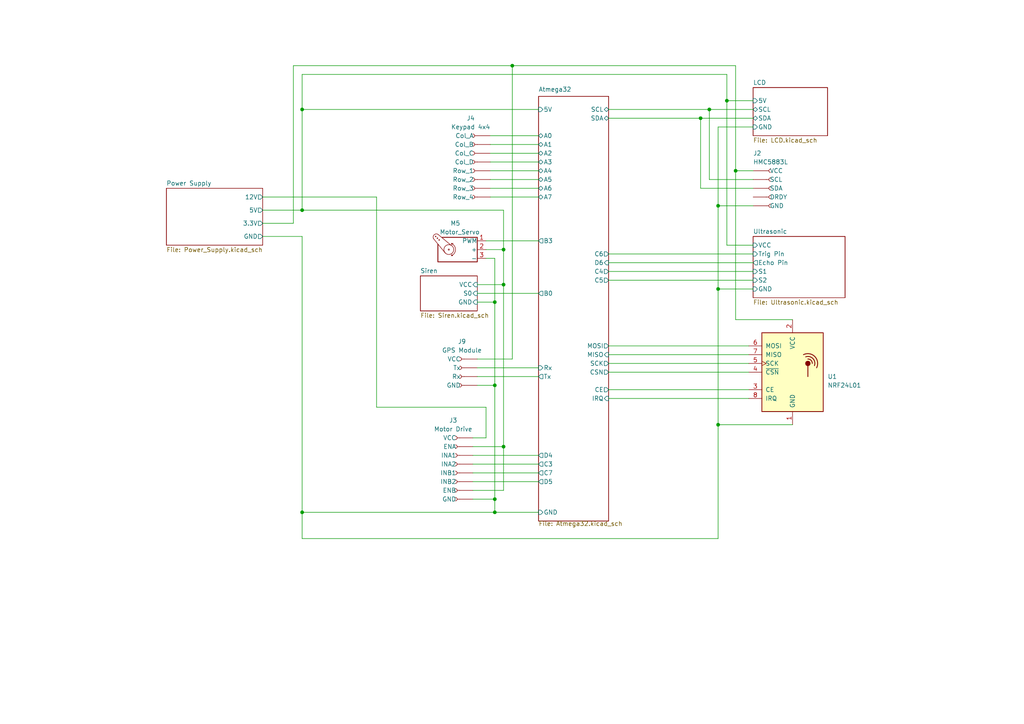
<source format=kicad_sch>
(kicad_sch (version 20211123) (generator eeschema)
  (paper "A4")
  (lib_symbols
    (symbol "Conn_01x08_Female_1" (pin_numbers hide) (pin_names (offset 1.016))
      (property "Reference" "J3" (at 0.635 12.7 0))
      (property "Value" "Motor Drive" (at 0.635 10.16 0))
      (symbol "Conn_01x08_Female_1_1_1"
        (arc (start 0 -9.652) (mid -0.508 -10.16) (end 0 -10.668) (stroke (width 0.1524)))
        (arc (start 0 -7.112) (mid -0.508 -7.62) (end 0 -8.128) (stroke (width 0.1524)))
        (arc (start 0 -4.572) (mid -0.508 -5.08) (end 0 -5.588) (stroke (width 0.1524)))
        (arc (start 0 -2.032) (mid -0.508 -2.54) (end 0 -3.048) (stroke (width 0.1524)))
        (polyline (pts (xy -1.27 -10.16) (xy -0.508 -10.16)) (stroke (width 0.1524)))
        (polyline (pts (xy -1.27 -7.62) (xy -0.508 -7.62)) (stroke (width 0.1524)))
        (polyline (pts (xy -1.27 -5.08) (xy -0.508 -5.08)) (stroke (width 0.1524)))
        (polyline (pts (xy -1.27 -2.54) (xy -0.508 -2.54)) (stroke (width 0.1524)))
        (polyline (pts (xy -1.27 0) (xy -0.508 0)) (stroke (width 0.1524)))
        (polyline (pts (xy -1.27 2.54) (xy -0.508 2.54)) (stroke (width 0.1524)))
        (polyline (pts (xy -1.27 5.08) (xy -0.508 5.08)) (stroke (width 0.1524)))
        (polyline (pts (xy -1.27 7.62) (xy -0.508 7.62)) (stroke (width 0.1524)))
        (arc (start 0 0.508) (mid -0.508 0) (end 0 -0.508) (stroke (width 0.1524)))
        (arc (start 0 3.048) (mid -0.508 2.54) (end 0 2.032) (stroke (width 0.1524)))
        (arc (start 0 5.588) (mid -0.508 5.08) (end 0 4.572) (stroke (width 0.1524)))
        (arc (start 0 8.128) (mid -0.508 7.62) (end 0 7.112) (stroke (width 0.1524)))
        (pin passive line (at -5.08 7.62 0) (length 3.81) (name "VCC") (number "1"))
        (pin passive line (at -5.08 5.08 0) (length 3.81) (name "ENA") (number "2"))
        (pin passive line (at -5.08 2.54 0) (length 3.81) (name "INA1") (number "3"))
        (pin passive line (at -5.08 0 0) (length 3.81) (name "INA2") (number "4"))
        (pin passive line (at -5.08 -2.54 0) (length 3.81) (name "INB1") (number "5"))
        (pin passive line (at -5.08 -5.08 0) (length 3.81) (name "INB2") (number "6"))
        (pin passive line (at -5.08 -7.62 0) (length 3.81) (name "ENB") (number "7"))
        (pin passive line (at -5.08 -10.16 0) (length 3.81) (name "GND") (number "8"))
      )
    )
    (symbol "Connector:Conn_01x04_Female" (pin_numbers hide) (pin_names (offset 1.016))
      (property "Reference" "J2" (at 0.635 7.62 0))
      (property "Value" "GPS Module" (at 0.635 5.08 0))
      (symbol "Conn_01x04_Female_1_1"
        (arc (start 0 -4.572) (mid -0.508 -5.08) (end 0 -5.588) (stroke (width 0.1524)))
        (arc (start 0 -2.032) (mid -0.508 -2.54) (end 0 -3.048) (stroke (width 0.1524)))
        (polyline (pts (xy -1.27 -5.08) (xy -0.508 -5.08)) (stroke (width 0.1524)))
        (polyline (pts (xy -1.27 -2.54) (xy -0.508 -2.54)) (stroke (width 0.1524)))
        (polyline (pts (xy -1.27 0) (xy -0.508 0)) (stroke (width 0.1524)))
        (polyline (pts (xy -1.27 2.54) (xy -0.508 2.54)) (stroke (width 0.1524)))
        (arc (start 0 0.508) (mid -0.508 0) (end 0 -0.508) (stroke (width 0.1524)))
        (arc (start 0 3.048) (mid -0.508 2.54) (end 0 2.032) (stroke (width 0.1524)))
        (pin passive line (at -5.08 2.54 0) (length 3.81) (name "VCC") (number "1"))
        (pin passive line (at -5.08 0 0) (length 3.81) (name "Tx") (number "2"))
        (pin passive line (at -5.08 -2.54 0) (length 3.81) (name "Rx") (number "3"))
        (pin passive line (at -5.08 -5.08 0) (length 3.81) (name "GND") (number "4"))
      )
    )
    (symbol "Connector:Conn_01x05_Female" (pin_numbers hide) (pin_names (offset 1.016))
      (property "Reference" "J2" (at -5.08 10.16 0))
      (property "Value" "HMC5883L" (at -5.08 7.62 0))
      (symbol "Conn_01x05_Female_1_1"
        (arc (start 0 -4.572) (mid -0.508 -5.08) (end 0 -5.588) (stroke (width 0.1524)))
        (arc (start 0 -2.032) (mid -0.508 -2.54) (end 0 -3.048) (stroke (width 0.1524)))
        (polyline (pts (xy -1.27 -5.08) (xy -0.508 -5.08)) (stroke (width 0.1524)))
        (polyline (pts (xy -1.27 -2.54) (xy -0.508 -2.54)) (stroke (width 0.1524)))
        (polyline (pts (xy -1.27 0) (xy -0.508 0)) (stroke (width 0.1524)))
        (polyline (pts (xy -1.27 2.54) (xy -0.508 2.54)) (stroke (width 0.1524)))
        (polyline (pts (xy -1.27 5.08) (xy -0.508 5.08)) (stroke (width 0.1524)))
        (arc (start 0 0.508) (mid -0.508 0) (end 0 -0.508) (stroke (width 0.1524)))
        (arc (start 0 3.048) (mid -0.508 2.54) (end 0 2.032) (stroke (width 0.1524)))
        (arc (start 0 5.588) (mid -0.508 5.08) (end 0 4.572) (stroke (width 0.1524)))
        (pin passive line (at -5.08 5.08 0) (length 3.81) (name "VCC") (number "1"))
        (pin passive line (at -5.08 2.54 0) (length 3.81) (name "SCL") (number "2"))
        (pin passive line (at -5.08 0 0) (length 3.81) (name "SDA") (number "3"))
        (pin passive line (at -5.08 -2.54 0) (length 3.81) (name "DRDY") (number "4"))
        (pin passive line (at -5.08 -5.08 0) (length 3.81) (name "GND") (number "5"))
      )
    )
    (symbol "Connector:Conn_01x08_Female" (pin_numbers hide) (pin_names (offset 1.016))
      (property "Reference" "J?" (at 0.635 12.7 0))
      (property "Value" "Keypad 4x4" (at 0.635 10.16 0))
      (symbol "Conn_01x08_Female_1_1"
        (arc (start 0 -9.652) (mid -0.508 -10.16) (end 0 -10.668) (stroke (width 0.1524)))
        (arc (start 0 -7.112) (mid -0.508 -7.62) (end 0 -8.128) (stroke (width 0.1524)))
        (arc (start 0 -4.572) (mid -0.508 -5.08) (end 0 -5.588) (stroke (width 0.1524)))
        (arc (start 0 -2.032) (mid -0.508 -2.54) (end 0 -3.048) (stroke (width 0.1524)))
        (polyline (pts (xy -1.27 -10.16) (xy -0.508 -10.16)) (stroke (width 0.1524)))
        (polyline (pts (xy -1.27 -7.62) (xy -0.508 -7.62)) (stroke (width 0.1524)))
        (polyline (pts (xy -1.27 -5.08) (xy -0.508 -5.08)) (stroke (width 0.1524)))
        (polyline (pts (xy -1.27 -2.54) (xy -0.508 -2.54)) (stroke (width 0.1524)))
        (polyline (pts (xy -1.27 0) (xy -0.508 0)) (stroke (width 0.1524)))
        (polyline (pts (xy -1.27 2.54) (xy -0.508 2.54)) (stroke (width 0.1524)))
        (polyline (pts (xy -1.27 5.08) (xy -0.508 5.08)) (stroke (width 0.1524)))
        (polyline (pts (xy -1.27 7.62) (xy -0.508 7.62)) (stroke (width 0.1524)))
        (arc (start 0 0.508) (mid -0.508 0) (end 0 -0.508) (stroke (width 0.1524)))
        (arc (start 0 3.048) (mid -0.508 2.54) (end 0 2.032) (stroke (width 0.1524)))
        (arc (start 0 5.588) (mid -0.508 5.08) (end 0 4.572) (stroke (width 0.1524)))
        (arc (start 0 8.128) (mid -0.508 7.62) (end 0 7.112) (stroke (width 0.1524)))
        (pin passive line (at -5.08 7.62 0) (length 3.81) (name "Col_A") (number "1"))
        (pin passive line (at -5.08 5.08 0) (length 3.81) (name "Col_B") (number "2"))
        (pin passive line (at -5.08 2.54 0) (length 3.81) (name "Col_C") (number "3"))
        (pin passive line (at -5.08 0 0) (length 3.81) (name "Col_D") (number "4"))
        (pin passive line (at -5.08 -2.54 0) (length 3.81) (name "Row_1") (number "5"))
        (pin passive line (at -5.08 -5.08 0) (length 3.81) (name "Row_2") (number "6"))
        (pin passive line (at -5.08 -7.62 0) (length 3.81) (name "Row_3") (number "7"))
        (pin passive line (at -5.08 -10.16 0) (length 3.81) (name "Row_4") (number "8"))
      )
    )
    (symbol "Motor:Motor_Servo" (pin_names (offset 0.0254))
      (property "Reference" "M" (at -5.08 4.445 0))
      (property "Value" "Motor_Servo" (at -5.08 -4.064 0))
      (symbol "Motor_Servo_0_1"
        (polyline (pts (xy 2.413 -1.778) (xy 2.032 -1.778)))
        (polyline (pts (xy 2.413 -1.778) (xy 2.286 -1.397)))
        (polyline (pts (xy 2.413 1.778) (xy 1.905 1.778)))
        (polyline (pts (xy 2.413 1.778) (xy 2.286 1.397)))
        (polyline (pts (xy 6.35 4.445) (xy 2.54 1.27)))
        (polyline (pts (xy 7.62 3.175) (xy 4.191 -1.016)))
        (polyline (pts (xy 5.08 3.556) (xy -5.08 3.556) (xy -5.08 -3.556) (xy 6.35 -3.556) (xy 6.35 1.524)) (stroke (width 0.254)))
        (arc (start 2.413 1.778) (mid 1.2406 0) (end 2.413 -1.778))
        (circle (center 3.175 0) (radius 0.1778))
        (circle (center 3.175 0) (radius 1.4224))
        (circle (center 5.969 2.794) (radius 0.127))
        (circle (center 6.477 3.302) (radius 0.127))
        (circle (center 6.985 3.81) (radius 0.127))
        (arc (start 7.62 3.175) (mid 7.4485 4.2735) (end 6.35 4.445))
      )
      (symbol "Motor_Servo_1_1"
        (pin passive line (at -7.62 2.54 0) (length 2.54) (name "PWM") (number "1"))
        (pin passive line (at -7.62 0 0) (length 2.54) (name "+") (number "2"))
        (pin passive line (at -7.62 -2.54 0) (length 2.54) (name "-") (number "3"))
      )
    )
    (symbol "RF:NRF24L01_Breakout" (pin_names (offset 1.016))
      (property "Reference" "U" (at -8.89 12.7 0))
      (property "Value" "NRF24L01_Breakout" (at 3.81 12.7 0))
      (symbol "NRF24L01_Breakout_0_1"
        (rectangle (start -8.89 11.43) (end 8.89 -11.43) (stroke (width 0.254)) (fill (type background)))
        (polyline (pts (xy 4.445 1.905) (xy 4.445 -1.27)) (stroke (width 0.254)))
        (circle (center 4.445 2.54) (radius 0.635) (stroke (width 0.254)) (fill (type outline)))
        (arc (start 5.715 2.54) (mid 5.3521 3.4546) (end 4.445 3.81) (stroke (width 0.254)))
        (arc (start 6.35 1.905) (mid 5.8763 3.9854) (end 3.81 4.445) (stroke (width 0.254)))
        (arc (start 6.985 1.27) (mid 6.453 4.548) (end 3.175 5.08) (stroke (width 0.254)))
      )
      (symbol "NRF24L01_Breakout_1_1"
        (pin power_in line (at 0 -15.24 90) (length 3.81) (name "GND") (number "1"))
        (pin power_in line (at 0 15.24 270) (length 3.81) (name "VCC") (number "2"))
        (pin input line (at -12.7 -5.08 0) (length 3.81) (name "CE") (number "3"))
        (pin input line (at -12.7 0 0) (length 3.81) (name "~{CSN}") (number "4"))
        (pin input clock (at -12.7 2.54 0) (length 3.81) (name "SCK") (number "5"))
        (pin input line (at -12.7 7.62 0) (length 3.81) (name "MOSI") (number "6"))
        (pin output line (at -12.7 5.08 0) (length 3.81) (name "MISO") (number "7"))
        (pin output line (at -12.7 -7.62 0) (length 3.81) (name "IRQ") (number "8"))
      )
    )
  )
  (junction (at 146.05 82.55))
  (junction (at 208.28 59.69))
  (junction (at 148.59 19.05))
  (junction (at 87.63 148.59))
  (junction (at 146.05 129.54))
  (junction (at 205.74 31.75))
  (junction (at 87.63 31.75))
  (junction (at 213.36 49.53))
  (junction (at 143.51 111.76))
  (junction (at 143.51 148.59))
  (junction (at 210.82 29.21))
  (junction (at 208.28 123.19))
  (junction (at 203.2 34.29))
  (junction (at 143.51 144.78))
  (junction (at 208.28 83.82))
  (junction (at 146.05 72.39))
  (junction (at 143.51 87.63))
  (junction (at 87.63 60.96))
  (wire (pts (xy 138.43 111.76) (xy 143.51 111.76)))
  (wire (pts (xy 203.2 34.29) (xy 218.44 34.29)))
  (wire (pts (xy 140.97 69.85) (xy 156.21 69.85)))
  (wire (pts (xy 208.28 36.83) (xy 218.44 36.83)))
  (wire (pts (xy 208.28 59.69) (xy 208.28 36.83)))
  (wire (pts (xy 176.53 115.57) (xy 217.17 115.57)))
  (wire (pts (xy 213.36 19.05) (xy 213.36 49.53)))
  (wire (pts (xy 213.36 49.53) (xy 213.36 92.71)))
  (wire (pts (xy 208.28 123.19) (xy 208.28 83.82)))
  (wire (pts (xy 146.05 129.54) (xy 137.16 129.54)))
  (wire (pts (xy 218.44 54.61) (xy 203.2 54.61)))
  (wire (pts (xy 210.82 29.21) (xy 210.82 71.12)))
  (wire (pts (xy 176.53 31.75) (xy 205.74 31.75)))
  (wire (pts (xy 138.43 85.09) (xy 156.21 85.09)))
  (wire (pts (xy 109.22 118.11) (xy 140.97 118.11)))
  (wire (pts (xy 140.97 118.11) (xy 140.97 127)))
  (wire (pts (xy 218.44 71.12) (xy 210.82 71.12)))
  (wire (pts (xy 203.2 54.61) (xy 203.2 34.29)))
  (wire (pts (xy 137.16 134.62) (xy 156.21 134.62)))
  (wire (pts (xy 142.24 52.07) (xy 156.21 52.07)))
  (wire (pts (xy 143.51 87.63) (xy 143.51 111.76)))
  (wire (pts (xy 146.05 82.55) (xy 146.05 129.54)))
  (wire (pts (xy 176.53 78.74) (xy 218.44 78.74)))
  (wire (pts (xy 176.53 34.29) (xy 203.2 34.29)))
  (wire (pts (xy 208.28 83.82) (xy 208.28 59.69)))
  (wire (pts (xy 87.63 148.59) (xy 87.63 156.21)))
  (wire (pts (xy 208.28 83.82) (xy 218.44 83.82)))
  (wire (pts (xy 146.05 142.24) (xy 137.16 142.24)))
  (wire (pts (xy 142.24 46.99) (xy 156.21 46.99)))
  (wire (pts (xy 87.63 68.58) (xy 87.63 148.59)))
  (wire (pts (xy 205.74 31.75) (xy 218.44 31.75)))
  (wire (pts (xy 148.59 19.05) (xy 148.59 104.14)))
  (wire (pts (xy 138.43 109.22) (xy 156.21 109.22)))
  (wire (pts (xy 142.24 39.37) (xy 156.21 39.37)))
  (wire (pts (xy 142.24 49.53) (xy 156.21 49.53)))
  (wire (pts (xy 143.51 74.93) (xy 143.51 87.63)))
  (wire (pts (xy 76.2 60.96) (xy 87.63 60.96)))
  (wire (pts (xy 87.63 156.21) (xy 208.28 156.21)))
  (wire (pts (xy 137.16 132.08) (xy 156.21 132.08)))
  (wire (pts (xy 137.16 127) (xy 140.97 127)))
  (wire (pts (xy 76.2 64.77) (xy 85.09 64.77)))
  (wire (pts (xy 146.05 72.39) (xy 146.05 82.55)))
  (wire (pts (xy 143.51 148.59) (xy 156.21 148.59)))
  (wire (pts (xy 146.05 129.54) (xy 146.05 142.24)))
  (wire (pts (xy 208.28 123.19) (xy 229.87 123.19)))
  (wire (pts (xy 142.24 44.45) (xy 156.21 44.45)))
  (wire (pts (xy 137.16 137.16) (xy 156.21 137.16)))
  (wire (pts (xy 138.43 104.14) (xy 148.59 104.14)))
  (wire (pts (xy 76.2 57.15) (xy 109.22 57.15)))
  (wire (pts (xy 218.44 52.07) (xy 205.74 52.07)))
  (wire (pts (xy 87.63 31.75) (xy 156.21 31.75)))
  (wire (pts (xy 137.16 144.78) (xy 143.51 144.78)))
  (wire (pts (xy 87.63 60.96) (xy 146.05 60.96)))
  (wire (pts (xy 208.28 59.69) (xy 218.44 59.69)))
  (wire (pts (xy 146.05 72.39) (xy 146.05 60.96)))
  (wire (pts (xy 87.63 31.75) (xy 87.63 21.59)))
  (wire (pts (xy 85.09 19.05) (xy 148.59 19.05)))
  (wire (pts (xy 176.53 105.41) (xy 217.17 105.41)))
  (wire (pts (xy 176.53 73.66) (xy 218.44 73.66)))
  (wire (pts (xy 208.28 156.21) (xy 208.28 123.19)))
  (wire (pts (xy 87.63 21.59) (xy 210.82 21.59)))
  (wire (pts (xy 140.97 74.93) (xy 143.51 74.93)))
  (wire (pts (xy 229.87 92.71) (xy 213.36 92.71)))
  (wire (pts (xy 109.22 57.15) (xy 109.22 118.11)))
  (wire (pts (xy 140.97 72.39) (xy 146.05 72.39)))
  (wire (pts (xy 143.51 87.63) (xy 138.43 87.63)))
  (wire (pts (xy 176.53 102.87) (xy 217.17 102.87)))
  (wire (pts (xy 176.53 76.2) (xy 218.44 76.2)))
  (wire (pts (xy 210.82 21.59) (xy 210.82 29.21)))
  (wire (pts (xy 87.63 148.59) (xy 143.51 148.59)))
  (wire (pts (xy 210.82 29.21) (xy 218.44 29.21)))
  (wire (pts (xy 205.74 52.07) (xy 205.74 31.75)))
  (wire (pts (xy 176.53 100.33) (xy 217.17 100.33)))
  (wire (pts (xy 176.53 81.28) (xy 218.44 81.28)))
  (wire (pts (xy 142.24 57.15) (xy 156.21 57.15)))
  (wire (pts (xy 142.24 41.91) (xy 156.21 41.91)))
  (wire (pts (xy 142.24 54.61) (xy 156.21 54.61)))
  (wire (pts (xy 137.16 139.7) (xy 156.21 139.7)))
  (wire (pts (xy 148.59 19.05) (xy 213.36 19.05)))
  (wire (pts (xy 85.09 64.77) (xy 85.09 19.05)))
  (wire (pts (xy 138.43 106.68) (xy 156.21 106.68)))
  (wire (pts (xy 76.2 68.58) (xy 87.63 68.58)))
  (wire (pts (xy 143.51 144.78) (xy 143.51 148.59)))
  (wire (pts (xy 213.36 49.53) (xy 218.44 49.53)))
  (wire (pts (xy 146.05 82.55) (xy 138.43 82.55)))
  (wire (pts (xy 176.53 113.03) (xy 217.17 113.03)))
  (wire (pts (xy 87.63 31.75) (xy 87.63 60.96)))
  (wire (pts (xy 143.51 111.76) (xy 143.51 144.78)))
  (wire (pts (xy 176.53 107.95) (xy 217.17 107.95)))
  (symbol (lib_id "Motor:Motor_Servo") (at 133.35 72.39 0) (mirror y) (unit 1)
    (property "Reference" "M5" (at 132.08 64.77 0))
    (property "Value" "Motor_Servo" (at 133.35 67.31 0))
    (property "Footprint" "Connector_PinHeader_2.54mm:PinHeader_1x03_P2.54mm_Vertical" (effects hide))
    (property "Datasheet" "http://forums.parallax.com/uploads/attachments/46831/74481.png" (effects hide))
  )
  (symbol (lib_id "Connector:Conn_01x05_Female") (at 223.52 54.61 0) (unit 1)
    (property "Reference" "J2" (at 218.44 44.45 0) (effects (justify left)))
    (property "Value" "HMC5883L" (at 218.44 46.99 0) (effects (justify left)))
    (property "Footprint" "Connector_Molex:Molex_KK-254_AE-6410-05A_1x05_P2.54mm_Vertical" (effects hide))
  )
  (symbol (lib_name "Conn_01x08_Female_1") (lib_id "Connector:Conn_01x08_Female") (at 132.08 134.62 0) (mirror y) (unit 1)
    (property "Reference" "J3" (at 131.445 121.92 0))
    (property "Value" "Motor Drive" (at 131.445 124.46 0))
    (property "Footprint" "Connector_PinHeader_2.54mm:PinHeader_1x08_P2.54mm_Vertical" (effects hide))
  )
  (symbol (lib_id "Connector:Conn_01x04_Female") (at 133.35 106.68 0) (mirror y) (unit 1)
    (property "Reference" "J9" (at 133.985 99.06 0))
    (property "Value" "GPS Module" (at 133.985 101.6 0))
    (property "Footprint" "Connector_PinSocket_2.54mm:PinSocket_1x04_P2.54mm_Vertical" (effects hide))
  )
  (symbol (lib_id "RF:NRF24L01_Breakout") (at 229.87 107.95 0) (unit 1)
    (property "Reference" "U1" (at 240.03 109.2199 0) (effects (justify left)))
    (property "Value" "NRF24L01" (at 240.03 111.76 0) (effects (justify left)))
    (property "Footprint" "RF_Module:nRF24L01_Breakout" (effects hide))
    (property "Datasheet" "http://www.nordicsemi.com/eng/content/download/2730/34105/file/nRF24L01_Product_Specification_v2_0.pdf" (effects hide))
  )
  (symbol (lib_id "Connector:Conn_01x08_Female") (at 137.16 46.99 0) (mirror y) (unit 1)
    (property "Reference" "J4" (at 136.525 34.29 0))
    (property "Value" "Keypad 4x4" (at 136.525 36.83 0))
    (property "Footprint" "Connector_PinHeader_2.54mm:PinHeader_1x08_P2.54mm_Vertical" (effects hide))
  )
  (sheet (at 218.44 68.58) (size 26.67 17.78) (stroke (width 0.1524))
    (property "Sheet name" "Ultrasonic" (at 218.44 67.8684 0) (effects (justify left bottom)))
    (property "Sheet file" "Ultrasonic.kicad_sch" (at 218.44 86.9446 0) (effects (justify left top)))
    (pin "VCC" input (at 218.44 71.12 180))
    (pin "GND" input (at 218.44 83.82 180))
    (pin "S2" input (at 218.44 81.28 180))
    (pin "Trig Pin" input (at 218.44 73.66 180))
    (pin "S1" input (at 218.44 78.74 180))
    (pin "Echo Pin" output (at 218.44 76.2 180))
  )
  (sheet (at 121.92 80.01) (size 16.51 10.16) (stroke (width 0.1524))
    (property "Sheet name" "Siren" (at 121.92 79.2984 0) (effects (justify left bottom)))
    (property "Sheet file" "Siren.kicad_sch" (at 121.92 90.7546 0) (effects (justify left top)))
    (pin "S0" input (at 138.43 85.09 0))
    (pin "GND" input (at 138.43 87.63 0))
    (pin "VCC" input (at 138.43 82.55 0))
  )
  (sheet (at 218.44 25.4) (size 21.59 13.97) (stroke (width 0.1524))
    (property "Sheet name" "LCD" (at 218.44 24.6884 0) (effects (justify left bottom)))
    (property "Sheet file" "LCD.kicad_sch" (at 218.44 39.9546 0) (effects (justify left top)))
    (pin "SCL" bidirectional (at 218.44 31.75 180))
    (pin "SDA" bidirectional (at 218.44 34.29 180))
    (pin "GND" input (at 218.44 36.83 180))
    (pin "5V" input (at 218.44 29.21 180))
  )
  (sheet (at 156.21 27.94) (size 20.32 123.19) (stroke (width 0.1524))
    (property "Sheet name" "Atmega32" (at 156.21 26.67 0) (effects (justify left bottom)))
    (property "Sheet file" "Atmega32.kicad_sch" (at 156.21 151.13 0) (effects (justify left top)))
    (pin "5V" input (at 156.21 31.75 180))
    (pin "GND" input (at 156.21 148.59 180))
    (pin "SDA" bidirectional (at 176.53 34.29 0))
    (pin "SCL" bidirectional (at 176.53 31.75 0))
    (pin "CE" output (at 176.53 113.03 0))
    (pin "IRQ" input (at 176.53 115.57 0))
    (pin "MISO" input (at 176.53 102.87 0))
    (pin "MOSI" output (at 176.53 100.33 0))
    (pin "SCK" output (at 176.53 105.41 0))
    (pin "CSN" output (at 176.53 107.95 0))
    (pin "A5" bidirectional (at 156.21 52.07 180))
    (pin "A6" bidirectional (at 156.21 54.61 180))
    (pin "A7" bidirectional (at 156.21 57.15 180))
    (pin "A3" bidirectional (at 156.21 46.99 180))
    (pin "A4" bidirectional (at 156.21 49.53 180))
    (pin "A0" bidirectional (at 156.21 39.37 180))
    (pin "A2" bidirectional (at 156.21 44.45 180))
    (pin "A1" bidirectional (at 156.21 41.91 180))
    (pin "B3" output (at 156.21 69.85 180))
    (pin "D6" input (at 176.53 76.2 0))
    (pin "C4" output (at 176.53 78.74 0))
    (pin "C5" output (at 176.53 81.28 0))
    (pin "C6" output (at 176.53 73.66 0))
    (pin "B0" output (at 156.21 85.09 180))
    (pin "Tx" output (at 156.21 109.22 180))
    (pin "Rx" input (at 156.21 106.68 180))
    (pin "C3" output (at 156.21 134.62 180))
    (pin "D4" output (at 156.21 132.08 180))
    (pin "D5" output (at 156.21 139.7 180))
    (pin "C7" output (at 156.21 137.16 180))
  )
  (sheet (at 48.26 54.61) (size 27.94 16.51) (stroke (width 0.1524))
    (property "Sheet name" "Power Supply" (at 48.26 53.8984 0) (effects (justify left bottom)))
    (property "Sheet file" "Power_Supply.kicad_sch" (at 48.26 71.7046 0) (effects (justify left top)))
    (pin "GND" output (at 76.2 68.58 0))
    (pin "5V" output (at 76.2 60.96 0))
    (pin "3.3V" output (at 76.2 64.77 0))
    (pin "12V" output (at 76.2 57.15 0))
  )
)
</source>
